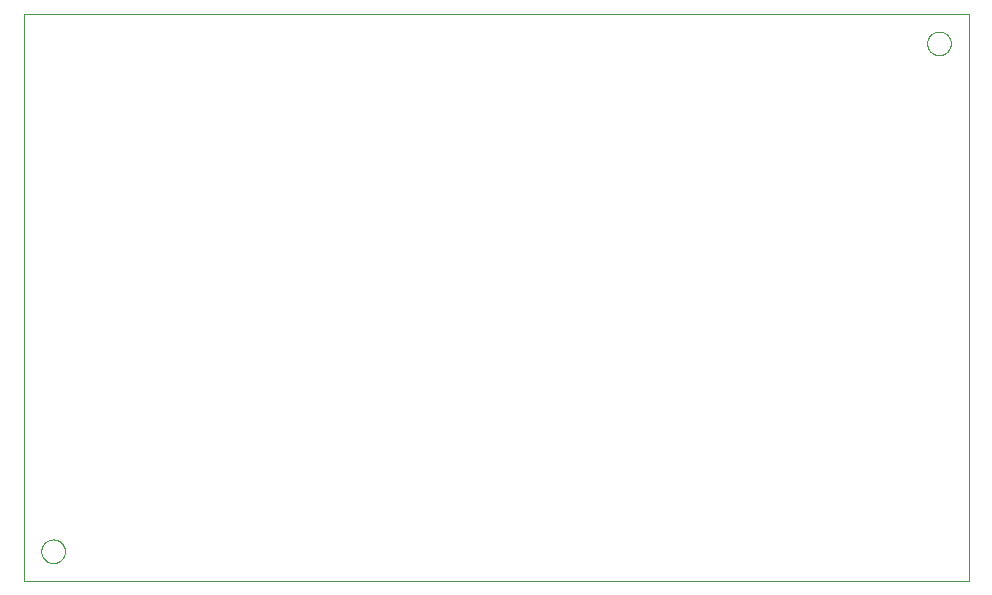
<source format=gtp>
G75*
%MOIN*%
%OFA0B0*%
%FSLAX25Y25*%
%IPPOS*%
%LPD*%
%AMOC8*
5,1,8,0,0,1.08239X$1,22.5*
%
%ADD10C,0.00000*%
D10*
X0001000Y0001226D02*
X0001000Y0190202D01*
X0315961Y0190202D01*
X0315961Y0001226D01*
X0001000Y0001226D01*
X0006906Y0011069D02*
X0006908Y0011194D01*
X0006914Y0011319D01*
X0006924Y0011443D01*
X0006938Y0011567D01*
X0006955Y0011691D01*
X0006977Y0011814D01*
X0007003Y0011936D01*
X0007032Y0012058D01*
X0007065Y0012178D01*
X0007103Y0012297D01*
X0007143Y0012416D01*
X0007188Y0012532D01*
X0007236Y0012647D01*
X0007288Y0012761D01*
X0007344Y0012873D01*
X0007403Y0012983D01*
X0007465Y0013091D01*
X0007531Y0013198D01*
X0007600Y0013302D01*
X0007673Y0013403D01*
X0007748Y0013503D01*
X0007827Y0013600D01*
X0007909Y0013694D01*
X0007994Y0013786D01*
X0008081Y0013875D01*
X0008172Y0013961D01*
X0008265Y0014044D01*
X0008361Y0014125D01*
X0008459Y0014202D01*
X0008559Y0014276D01*
X0008662Y0014347D01*
X0008767Y0014414D01*
X0008875Y0014479D01*
X0008984Y0014539D01*
X0009095Y0014597D01*
X0009208Y0014650D01*
X0009322Y0014700D01*
X0009438Y0014747D01*
X0009555Y0014789D01*
X0009674Y0014828D01*
X0009794Y0014864D01*
X0009915Y0014895D01*
X0010037Y0014923D01*
X0010159Y0014946D01*
X0010283Y0014966D01*
X0010407Y0014982D01*
X0010531Y0014994D01*
X0010656Y0015002D01*
X0010781Y0015006D01*
X0010905Y0015006D01*
X0011030Y0015002D01*
X0011155Y0014994D01*
X0011279Y0014982D01*
X0011403Y0014966D01*
X0011527Y0014946D01*
X0011649Y0014923D01*
X0011771Y0014895D01*
X0011892Y0014864D01*
X0012012Y0014828D01*
X0012131Y0014789D01*
X0012248Y0014747D01*
X0012364Y0014700D01*
X0012478Y0014650D01*
X0012591Y0014597D01*
X0012702Y0014539D01*
X0012812Y0014479D01*
X0012919Y0014414D01*
X0013024Y0014347D01*
X0013127Y0014276D01*
X0013227Y0014202D01*
X0013325Y0014125D01*
X0013421Y0014044D01*
X0013514Y0013961D01*
X0013605Y0013875D01*
X0013692Y0013786D01*
X0013777Y0013694D01*
X0013859Y0013600D01*
X0013938Y0013503D01*
X0014013Y0013403D01*
X0014086Y0013302D01*
X0014155Y0013198D01*
X0014221Y0013091D01*
X0014283Y0012983D01*
X0014342Y0012873D01*
X0014398Y0012761D01*
X0014450Y0012647D01*
X0014498Y0012532D01*
X0014543Y0012416D01*
X0014583Y0012297D01*
X0014621Y0012178D01*
X0014654Y0012058D01*
X0014683Y0011936D01*
X0014709Y0011814D01*
X0014731Y0011691D01*
X0014748Y0011567D01*
X0014762Y0011443D01*
X0014772Y0011319D01*
X0014778Y0011194D01*
X0014780Y0011069D01*
X0014778Y0010944D01*
X0014772Y0010819D01*
X0014762Y0010695D01*
X0014748Y0010571D01*
X0014731Y0010447D01*
X0014709Y0010324D01*
X0014683Y0010202D01*
X0014654Y0010080D01*
X0014621Y0009960D01*
X0014583Y0009841D01*
X0014543Y0009722D01*
X0014498Y0009606D01*
X0014450Y0009491D01*
X0014398Y0009377D01*
X0014342Y0009265D01*
X0014283Y0009155D01*
X0014221Y0009047D01*
X0014155Y0008940D01*
X0014086Y0008836D01*
X0014013Y0008735D01*
X0013938Y0008635D01*
X0013859Y0008538D01*
X0013777Y0008444D01*
X0013692Y0008352D01*
X0013605Y0008263D01*
X0013514Y0008177D01*
X0013421Y0008094D01*
X0013325Y0008013D01*
X0013227Y0007936D01*
X0013127Y0007862D01*
X0013024Y0007791D01*
X0012919Y0007724D01*
X0012811Y0007659D01*
X0012702Y0007599D01*
X0012591Y0007541D01*
X0012478Y0007488D01*
X0012364Y0007438D01*
X0012248Y0007391D01*
X0012131Y0007349D01*
X0012012Y0007310D01*
X0011892Y0007274D01*
X0011771Y0007243D01*
X0011649Y0007215D01*
X0011527Y0007192D01*
X0011403Y0007172D01*
X0011279Y0007156D01*
X0011155Y0007144D01*
X0011030Y0007136D01*
X0010905Y0007132D01*
X0010781Y0007132D01*
X0010656Y0007136D01*
X0010531Y0007144D01*
X0010407Y0007156D01*
X0010283Y0007172D01*
X0010159Y0007192D01*
X0010037Y0007215D01*
X0009915Y0007243D01*
X0009794Y0007274D01*
X0009674Y0007310D01*
X0009555Y0007349D01*
X0009438Y0007391D01*
X0009322Y0007438D01*
X0009208Y0007488D01*
X0009095Y0007541D01*
X0008984Y0007599D01*
X0008874Y0007659D01*
X0008767Y0007724D01*
X0008662Y0007791D01*
X0008559Y0007862D01*
X0008459Y0007936D01*
X0008361Y0008013D01*
X0008265Y0008094D01*
X0008172Y0008177D01*
X0008081Y0008263D01*
X0007994Y0008352D01*
X0007909Y0008444D01*
X0007827Y0008538D01*
X0007748Y0008635D01*
X0007673Y0008735D01*
X0007600Y0008836D01*
X0007531Y0008940D01*
X0007465Y0009047D01*
X0007403Y0009155D01*
X0007344Y0009265D01*
X0007288Y0009377D01*
X0007236Y0009491D01*
X0007188Y0009606D01*
X0007143Y0009722D01*
X0007103Y0009841D01*
X0007065Y0009960D01*
X0007032Y0010080D01*
X0007003Y0010202D01*
X0006977Y0010324D01*
X0006955Y0010447D01*
X0006938Y0010571D01*
X0006924Y0010695D01*
X0006914Y0010819D01*
X0006908Y0010944D01*
X0006906Y0011069D01*
X0302181Y0180360D02*
X0302183Y0180485D01*
X0302189Y0180610D01*
X0302199Y0180734D01*
X0302213Y0180858D01*
X0302230Y0180982D01*
X0302252Y0181105D01*
X0302278Y0181227D01*
X0302307Y0181349D01*
X0302340Y0181469D01*
X0302378Y0181588D01*
X0302418Y0181707D01*
X0302463Y0181823D01*
X0302511Y0181938D01*
X0302563Y0182052D01*
X0302619Y0182164D01*
X0302678Y0182274D01*
X0302740Y0182382D01*
X0302806Y0182489D01*
X0302875Y0182593D01*
X0302948Y0182694D01*
X0303023Y0182794D01*
X0303102Y0182891D01*
X0303184Y0182985D01*
X0303269Y0183077D01*
X0303356Y0183166D01*
X0303447Y0183252D01*
X0303540Y0183335D01*
X0303636Y0183416D01*
X0303734Y0183493D01*
X0303834Y0183567D01*
X0303937Y0183638D01*
X0304042Y0183705D01*
X0304150Y0183770D01*
X0304259Y0183830D01*
X0304370Y0183888D01*
X0304483Y0183941D01*
X0304597Y0183991D01*
X0304713Y0184038D01*
X0304830Y0184080D01*
X0304949Y0184119D01*
X0305069Y0184155D01*
X0305190Y0184186D01*
X0305312Y0184214D01*
X0305434Y0184237D01*
X0305558Y0184257D01*
X0305682Y0184273D01*
X0305806Y0184285D01*
X0305931Y0184293D01*
X0306056Y0184297D01*
X0306180Y0184297D01*
X0306305Y0184293D01*
X0306430Y0184285D01*
X0306554Y0184273D01*
X0306678Y0184257D01*
X0306802Y0184237D01*
X0306924Y0184214D01*
X0307046Y0184186D01*
X0307167Y0184155D01*
X0307287Y0184119D01*
X0307406Y0184080D01*
X0307523Y0184038D01*
X0307639Y0183991D01*
X0307753Y0183941D01*
X0307866Y0183888D01*
X0307977Y0183830D01*
X0308087Y0183770D01*
X0308194Y0183705D01*
X0308299Y0183638D01*
X0308402Y0183567D01*
X0308502Y0183493D01*
X0308600Y0183416D01*
X0308696Y0183335D01*
X0308789Y0183252D01*
X0308880Y0183166D01*
X0308967Y0183077D01*
X0309052Y0182985D01*
X0309134Y0182891D01*
X0309213Y0182794D01*
X0309288Y0182694D01*
X0309361Y0182593D01*
X0309430Y0182489D01*
X0309496Y0182382D01*
X0309558Y0182274D01*
X0309617Y0182164D01*
X0309673Y0182052D01*
X0309725Y0181938D01*
X0309773Y0181823D01*
X0309818Y0181707D01*
X0309858Y0181588D01*
X0309896Y0181469D01*
X0309929Y0181349D01*
X0309958Y0181227D01*
X0309984Y0181105D01*
X0310006Y0180982D01*
X0310023Y0180858D01*
X0310037Y0180734D01*
X0310047Y0180610D01*
X0310053Y0180485D01*
X0310055Y0180360D01*
X0310053Y0180235D01*
X0310047Y0180110D01*
X0310037Y0179986D01*
X0310023Y0179862D01*
X0310006Y0179738D01*
X0309984Y0179615D01*
X0309958Y0179493D01*
X0309929Y0179371D01*
X0309896Y0179251D01*
X0309858Y0179132D01*
X0309818Y0179013D01*
X0309773Y0178897D01*
X0309725Y0178782D01*
X0309673Y0178668D01*
X0309617Y0178556D01*
X0309558Y0178446D01*
X0309496Y0178338D01*
X0309430Y0178231D01*
X0309361Y0178127D01*
X0309288Y0178026D01*
X0309213Y0177926D01*
X0309134Y0177829D01*
X0309052Y0177735D01*
X0308967Y0177643D01*
X0308880Y0177554D01*
X0308789Y0177468D01*
X0308696Y0177385D01*
X0308600Y0177304D01*
X0308502Y0177227D01*
X0308402Y0177153D01*
X0308299Y0177082D01*
X0308194Y0177015D01*
X0308086Y0176950D01*
X0307977Y0176890D01*
X0307866Y0176832D01*
X0307753Y0176779D01*
X0307639Y0176729D01*
X0307523Y0176682D01*
X0307406Y0176640D01*
X0307287Y0176601D01*
X0307167Y0176565D01*
X0307046Y0176534D01*
X0306924Y0176506D01*
X0306802Y0176483D01*
X0306678Y0176463D01*
X0306554Y0176447D01*
X0306430Y0176435D01*
X0306305Y0176427D01*
X0306180Y0176423D01*
X0306056Y0176423D01*
X0305931Y0176427D01*
X0305806Y0176435D01*
X0305682Y0176447D01*
X0305558Y0176463D01*
X0305434Y0176483D01*
X0305312Y0176506D01*
X0305190Y0176534D01*
X0305069Y0176565D01*
X0304949Y0176601D01*
X0304830Y0176640D01*
X0304713Y0176682D01*
X0304597Y0176729D01*
X0304483Y0176779D01*
X0304370Y0176832D01*
X0304259Y0176890D01*
X0304149Y0176950D01*
X0304042Y0177015D01*
X0303937Y0177082D01*
X0303834Y0177153D01*
X0303734Y0177227D01*
X0303636Y0177304D01*
X0303540Y0177385D01*
X0303447Y0177468D01*
X0303356Y0177554D01*
X0303269Y0177643D01*
X0303184Y0177735D01*
X0303102Y0177829D01*
X0303023Y0177926D01*
X0302948Y0178026D01*
X0302875Y0178127D01*
X0302806Y0178231D01*
X0302740Y0178338D01*
X0302678Y0178446D01*
X0302619Y0178556D01*
X0302563Y0178668D01*
X0302511Y0178782D01*
X0302463Y0178897D01*
X0302418Y0179013D01*
X0302378Y0179132D01*
X0302340Y0179251D01*
X0302307Y0179371D01*
X0302278Y0179493D01*
X0302252Y0179615D01*
X0302230Y0179738D01*
X0302213Y0179862D01*
X0302199Y0179986D01*
X0302189Y0180110D01*
X0302183Y0180235D01*
X0302181Y0180360D01*
M02*

</source>
